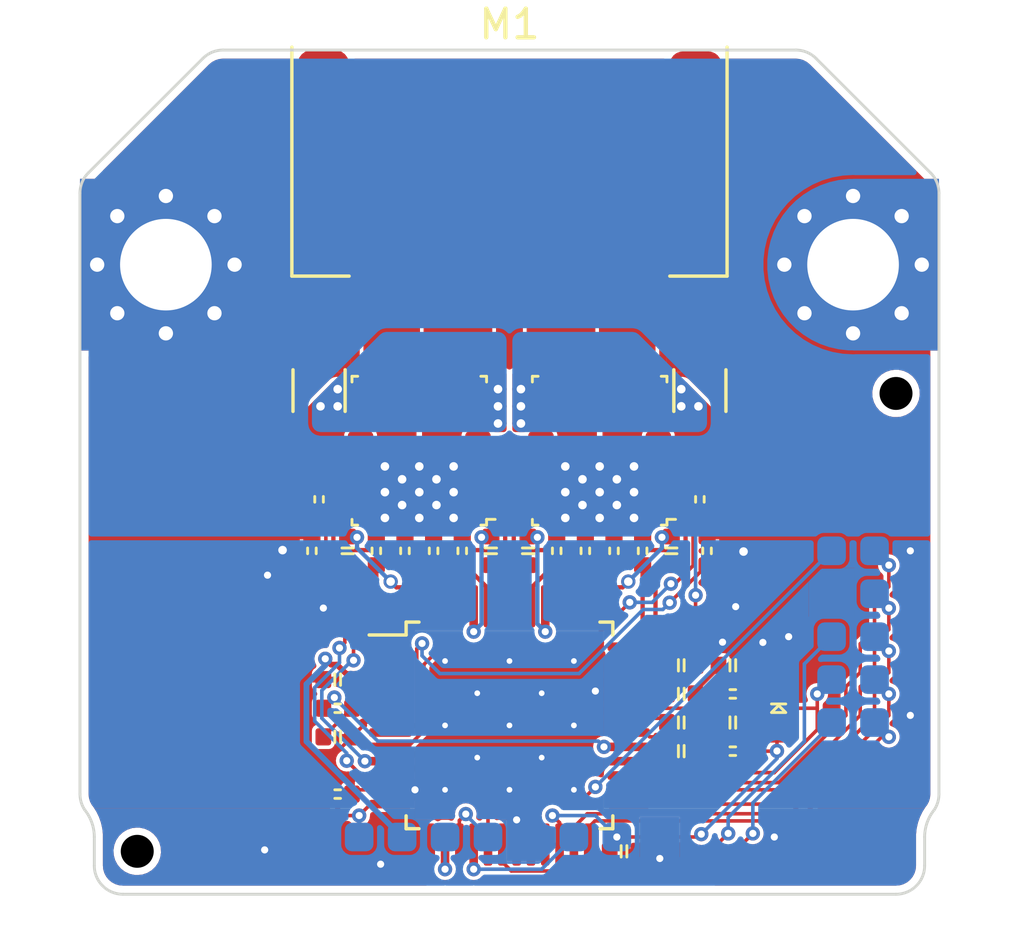
<source format=kicad_pcb>
(kicad_pcb (version 20221018) (generator pcbnew)
  (layers (0 "F.Cu" signal) (31 "B.Cu" signal) (34 "B.Paste" user) (35 "F.Paste" user) (36 "B.SilkS" user "B.Silkscreen") (37 "F.SilkS" user "F.Silkscreen") (38 "B.Mask" user) (39 "F.Mask" user) (44 "Edge.Cuts" user))
  (net 0 "")
  (net 1 "Net-(U1-VCP)")
  (net 2 "Net-(U1-CPO)")
  (net 3 "Net-(U1-CPI)")
  (net 4 "GND")
  (net 5 "/Clk")
  (net 6 "/Step")
  (net 7 "/Dir")
  (net 8 "Net-(U1-5VOUT)")
  (net 9 "Net-(U1-VCC)")
  (net 10 "+12V")
  (net 11 "Net-(QA1-G1)")
  (net 12 "Net-(QA1-G2)")
  (net 13 "Net-(QA1-S2-Pad5)")
  (net 14 "/Diag0")
  (net 15 "/Diag1")
  (net 16 "/~{En}")
  (net 17 "Net-(QA1-G3)")
  (net 18 "Net-(QA1-G4)")
  (net 19 "Net-(QB1-G1)")
  (net 20 "+48V")
  (net 21 "Net-(QB1-G2)")
  (net 22 "/Motor_A2")
  (net 23 "/Motor_A1")
  (net 24 "/Motor_B1")
  (net 25 "/Motor_B2")
  (net 26 "/HB1")
  (net 27 "/HA2")
  (net 28 "/LA2")
  (net 29 "/LA1")
  (net 30 "/HA1")
  (net 31 "/HB2")
  (net 32 "/LB2")
  (net 33 "/LB1")
  (net 34 "/SRAH")
  (net 35 "/SRAL")
  (net 36 "/SRBH")
  (net 37 "/SRBL")
  (net 38 "/CA1")
  (net 39 "/CB1")
  (net 40 "/CA2")
  (net 41 "/CB2")
  (net 42 "/~{CS}")
  (net 43 "/SCK")
  (net 44 "/SDI")
  (net 45 "/SDO")
  (net 46 "Net-(QB1-S2-Pad5)")
  (net 47 "Net-(QB1-G3)")
  (net 48 "Net-(QB1-G4)")
  (net 49 "/ENCB")
  (net 50 "/ENCA")
  (net 51 "/ENCN")
  (net 52 "VCC")
  (net 53 "Net-(C12-Pad1)")
  (net 54 "Net-(C13-Pad1)")
  (net 55 "Net-(D1-K)")
  (footprint "AlphaLib:0402R" (layer "F.Cu") (at 141.65 72.7 -90)
    (fp_text reference "R10" hide)
    (fp_text value "47Ω")
  )
  (footprint "AlphaLib:0402C" (layer "F.Cu") (at 141 81.5 180)
    (fp_text reference "C3" hide)
    (fp_text value "1µF")
  )
  (footprint "AlphaLib:0402C" (layer "F.Cu") (at 141 78.5)
    (fp_text reference "C6" hide)
    (fp_text value "100nF 16V")
  )
  (footprint "corevus:MountingHole_M3_Driver" (layer "F.Cu") (at 147 64.5 -90)
    (fp_text reference "H2" hide)
    (fp_text value "Gnd")
  )
  (footprint "AlphaLib:0402C" (layer "F.Cu") (at 135.65 74.5 90)
    (fp_text reference "C8" hide)
    (fp_text value "270nF")
  )
  (footprint "AlphaLib:0402R" (layer "F.Cu") (at 128.1 74.5 -90)
    (fp_text reference "R15" hide)
    (fp_text value "47Ω")
  )
  (footprint "AlphaLib:0402R" (layer "F.Cu") (at 133.35 74.5 90)
    (fp_text reference "R4" hide)
    (fp_text value "10Ω")
  )
  (footprint "AlphaLib:0402R" (layer "F.Cu") (at 138.65 74.5 90)
    (fp_text reference "R6" hide)
    (fp_text value "10Ω")
  )
  (footprint "corevus:XKB_X8821WRS-04" (layer "F.Cu") (at 135 62.5 180)
    (fp_text reference "M1")
    (fp_text value "Micro-Fit 3.0")
  )
  (footprint "AlphaLib:0402R" (layer "F.Cu") (at 142.8 81.5 180)
    (fp_text reference "R17" hide)
    (fp_text value "10kΩ")
  )
  (footprint "AlphaLib:0402C" (layer "F.Cu") (at 129.35 74.5 90)
    (fp_text reference "C10" hide)
    (fp_text value "270nF")
  )
  (footprint "AlphaLib:0402C" (layer "F.Cu") (at 142.8 78.5)
    (fp_text reference "C12" hide)
    (fp_text value "100nF 60V/2")
  )
  (footprint "AlphaLib:0402R" (layer "F.Cu") (at 129 80 180)
    (fp_text reference "R1" hide)
    (fp_text value "2.2Ω")
  )
  (footprint "AlphaLib:0402R" (layer "F.Cu") (at 129 83)
    (fp_text reference "R16" hide)
    (fp_text value "10kΩ")
  )
  (footprint "AlphaLib:0402R" (layer "F.Cu") (at 136.65 74.5 90)
    (fp_text reference "R3" hide)
    (fp_text value "10Ω")
  )
  (footprint "AlphaLib:0402R" (layer "F.Cu") (at 132.35 74.5 90)
    (fp_text reference "R8" hide)
    (fp_text value "10Ω")
  )
  (footprint "AlphaLib:0402R" (layer "F.Cu") (at 142.8 79.5)
    (fp_text reference "R18" hide)
    (fp_text value "1kΩ")
  )
  (footprint "Package_QFP:TQFP-48-1EP_7x7mm_P0.5mm_EP5x5mm_ThermalVias" (layer "F.Cu") (at 135 80.6)
    (fp_text reference "U1" hide)
    (fp_text value "TMC5160A-TA")
  )
  (footprint "corevus:ToolingHole" (layer "F.Cu") (at 122 85)
    (fp_text reference "H3" hide)
    (fp_text value "ToolingHole")
  )
  (footprint "Resistor_SMD:R_1206_3216Metric" (layer "F.Cu") (at 128.35 68.9 90)
    (fp_text reference "R13" hide)
    (fp_text value "30mΩ")
  )
  (footprint "AlphaLib:0402R" (layer "F.Cu") (at 141.9 74.5 -90)
    (fp_text reference "R14" hide)
    (fp_text value "47Ω")
  )
  (footprint "corevus:ToolingHole" (layer "F.Cu") (at 148.5 69)
    (fp_text reference "H4" hide)
    (fp_text value "ToolingHole")
  )
  (footprint "corevus:MountingHole_M3_Driver" (layer "F.Cu") (at 123 64.5 90)
    (fp_text reference "H1" hide)
    (fp_text value "VM")
  )
  (footprint "Resistor_SMD:R_1206_3216Metric" (layer "F.Cu") (at 141.65 68.9 90)
    (fp_text reference "R12" hide)
    (fp_text value "30mΩ")
  )
  (footprint "AlphaLib:0402C" (layer "F.Cu") (at 139 85 180)
    (fp_text reference "C5" hide)
    (fp_text value "1µF")
  )
  (footprint "AlphaLib:0402R" (layer "F.Cu") (at 130.35 74.5 90)
    (fp_text reference "R5" hide)
    (fp_text value "10Ω")
  )
  (footprint "AlphaLib:0402C" (layer "F.Cu") (at 129 79 180)
    (fp_text reference "C2" hide)
    (fp_text value "1μF")
  )
  (footprint "AlphaLib:0402C" (layer "F.Cu") (at 140.65 74.5 -90)
    (fp_text reference "C9" hide)
    (fp_text value "270nF")
  )
  (footprint "AlphaLib:0402R" (layer "F.Cu") (at 137.65 74.5 90)
    (fp_text reference "R7" hide)
    (fp_text value "10Ω")
  )
  (footprint "corevus:V-DFN5045-12-Type-B" (layer "F.Cu") (at 131.85 71 180)
    (fp_text reference "QB1" hide)
    (fp_text value "DMHT6016LFJ")
  )
  (footprint "corevus:V-DFN5045-12-Type-B" (layer "F.Cu") (at 138.15 71 180)
    (fp_text reference "QA1" hide)
    (fp_text value "DMHT6016LFJ")
  )
  (footprint "AlphaLib:0402R" (layer "F.Cu") (at 131.35 74.5 90)
    (fp_text reference "R9" hide)
    (fp_text value "10Ω")
  )
  (footprint "AlphaLib:0402C" (layer "F.Cu") (at 134.35 74.5 -90)
    (fp_text reference "C11" hide)
    (fp_text value "270nF")
  )
  (footprint "AlphaLib:0402C" (layer "F.Cu") (at 141 80.5 180)
    (fp_text reference "C13" hide)
    (fp_text value "47nF 100V")
  )
  (footprint "AlphaLib:0603LED" (layer "F.Cu") (at 144.4 80 -90)
    (fp_text reference "D1" hide)
    (fp_text value "Red")
  )
  (footprint "AlphaLib:0402R" (layer "F.Cu") (at 128.35 72.7 -90)
    (fp_text reference "R11" hide)
    (fp_text value "47Ω")
  )
  (footprint "AlphaLib:0402C" (layer "F.Cu") (at 129 81 180)
    (fp_text reference "C1" hide)
    (fp_text value "1μF")
  )
  (footprint "AlphaLib:0402R" (layer "F.Cu") (at 139.65 74.5 90)
    (fp_text reference "R2" hide)
    (fp_text value "10Ω")
  )
  (footprint "AlphaLib:0402C" (layer "F.Cu") (at 142.8 80.5 180)
    (fp_text reference "C7" hide)
    (fp_text value "47nF 100V/2")
  )
  (footprint "AlphaLib:0402C" (layer "F.Cu") (at 141 79.5)
    (fp_text reference "C4" hide)
    (fp_text value "100nF 60V/2")
  )
  (footprint "corevus:LGA_Land" (layer "B.Cu") (at 147.75 79 -90)
    (fp_text reference "T19" hide)
    (fp_text value "ENCB")
  )
  (footprint "corevus:LGA_Land" (layer "B.Cu") (at 147.75 74.5 -90)
    (fp_text reference "T17" hide)
    (fp_text value "DIAG1")
  )
  (footprint "corevus:LGA_Land" (layer "B.Cu") (at 131.25 84.5)
    (fp_text reference "T3" hide)
    (fp_text value "12V")
  )
  (footprint "corevus:LGA_Land" (layer "B.Cu") (at 138.75 84.5)
    (fp_text reference "T8" hide)
    (fp_text value "VCC")
  )
  (footprint "corevus:LGA_Land" (layer "B.Cu") (at 134.25 84.5)
    (fp_text reference "T6" hide)
    (fp_text value "SDI")
  )
  (footprint "corevus:LGA_Land" (layer "B.Cu") (at 129.75 84.5)
    (fp_text reference "T2" hide)
    (fp_text value "CLK")
  )
  (footprint "corevus:LGA_Land" (layer "B.Cu") (at 146.25 76 90)
    (fp_text reference "T11" hide)
    (fp_text value "GND")
  )
  (footprint "corevus:LGA_Land" (layer "B.Cu") (at 147.75 77.5 -90)
    (fp_text reference "T20" hide)
    (fp_text value "ENCN")
  )
  (footprint "corevus:LGA_Land" (layer "B.Cu") (at 146.25 77.5 90)
    (fp_text reference "T12" hide)
    (fp_text value "DIR")
  )
  (footprint "corevus:LGA_Land" (layer "B.Cu") (at 146.25 79 90)
    (fp_text reference "T13" hide)
    (fp_text value "EN")
  )
  (footprint "corevus:LGA_Land" (layer "B.Cu") (at 132.75 84.5)
    (fp_text reference "T4" hide)
    (fp_text value "SCK")
  )
  (footprint "corevus:LGA_Land" (layer "B.Cu") (at 147.75 80.5 -90)
    (fp_text reference "T18" hide)
    (fp_text value "ENCA")
  )
  (footprint "corevus:LGA_Land" (layer "B.Cu") (at 146.25 74.5 90)
    (fp_text reference "T10" hide)
    (fp_text value "STEP")
  )
  (footprint "corevus:LGA_Land" (layer "B.Cu") (at 140.25 84.5)
    (fp_text reference "T1" hide)
    (fp_text value "GND")
  )
  (footprint "corevus:LGA_Land" (layer "B.Cu") (at 137.25 84.5)
    (fp_text reference "T7" hide)
    (fp_text value "SDO")
  )
  (footprint "corevus:LGA_Land" (layer "B.Cu") (at 135.75 84.5)
    (fp_text reference "T5" hide)
    (fp_text value "GND")
  )
  (footprint "corevus:LGA_Land" (layer "B.Cu") (at 147.75 76 -90)
    (fp_text reference "T16" hide)
    (fp_text value "DIAG0")
  )
  (footprint "corevus:LGA_Land" (layer "B.Cu") (at 146.25 80.5 90)
    (fp_text reference "T9" hide)
    (fp_text value "CS0")
  )
  (gr_line (start 125 57) (end 145 57) (stroke (width 0.1)) (layer "Edge.Cuts"))
  (gr_line (start 120.5 84.5) (end 120.5 85.5) (stroke (width 0.1)) (layer "Edge.Cuts"))
  (gr_arc (start 150 83) (mid 149.957092 83.289784) (end 149.83205 83.5547) (stroke (width 0.1)) (layer "Edge.Cuts"))
  (gr_line (start 120 83) (end 120 62) (stroke (width 0.1)) (layer "Edge.Cuts"))
  (gr_line (start 149.707107 61.292893) (end 145.707107 57.292893) (stroke (width 0.1)) (layer "Edge.Cuts"))
  (gr_line (start 148.5 86.5) (end 121.5 86.5) (stroke (width 0.1)) (layer "Edge.Cuts"))
  (gr_line (start 149.5 85.5) (end 149.5 84.5) (stroke (width 0.1)) (layer "Edge.Cuts"))
  (gr_line (start 150 62) (end 150 83) (stroke (width 0.1)) (layer "Edge.Cuts"))
  (gr_arc (start 149.5 84.5) (mid 149.585426 83.999039) (end 149.83205 83.5547) (stroke (width 0.1)) (layer "Edge.Cuts"))
  (gr_arc (start 124.292893 57.292893) (mid 124.617316 57.07612) (end 125 57) (stroke (width 0.1)) (layer "Edge.Cuts"))
  (gr_arc (start 120 62) (mid 120.07612 61.617316) (end 120.292893 61.292892) (stroke (width 0.1)) (layer "Edge.Cuts"))
  (gr_arc (start 120.16795 83.5547) (mid 120.414574 83.999039) (end 120.5 84.5) (stroke (width 0.1)) (layer "Edge.Cuts"))
  (gr_arc (start 149.707107 61.292893) (mid 149.92388 61.617316) (end 150 62) (stroke (width 0.1)) (layer "Edge.Cuts"))
  (gr_arc (start 120.16795 83.5547) (mid 120.042908 83.289784) (end 120 83) (stroke (width 0.1)) (layer "Edge.Cuts"))
  (gr_arc (start 121.5 86.5) (mid 120.792893 86.207107) (end 120.5 85.5) (stroke (width 0.1)) (layer "Edge.Cuts"))
  (gr_arc (start 145 57) (mid 145.382684 57.07612) (end 145.707108 57.292893) (stroke (width 0.1)) (layer "Edge.Cuts"))
  (gr_arc (start 149.5 85.5) (mid 149.207107 86.207106) (end 148.500001 86.5) (stroke (width 0.1)) (layer "Edge.Cuts"))
  (gr_line (start 124.292893 57.292893) (end 120.292893 61.292893) (stroke (width 0.1)) (layer "Edge.Cuts"))
  (segment (start 140.5 78.5) (end 140.15 78.85) (width 0.125) (layer "F.Cu") (net 1))
  (segment (start 140.15 78.85) (end 139.1625 78.85) (width 0.125) (layer "F.Cu") (net 1))
  (segment (start 140.35 80.35) (end 140.5 80.5) (width 0.125) (layer "F.Cu") (net 2))
  (segment (start 139.1625 80.35) (end 140.35 80.35) (width 0.125) (layer "F.Cu") (net 2))
  (segment (start 139.1625 79.85) (end 139.75 79.85) (width 0.125) (layer "F.Cu") (net 3))
  (segment (start 139.9 80) (end 142.8 80) (width 0.125) (layer "F.Cu") (net 3))
  (segment (start 139.75 79.85) (end 139.9 80) (width 0.125) (layer "F.Cu") (net 3))
  (segment (start 142.8 80) (end 143.3 80.5) (width 0.125) (layer "F.Cu") (net 3))
  (segment (start 130.25 80.35) (end 130.175 80.425) (width 0.125) (layer "F.Cu") (net 4))
  (segment (start 130.175 80.425) (end 130.153769 80.425) (width 0.125) (layer "F.Cu") (net 4))
  (segment (start 138.372346 80.85) (end 138.122346 80.6) (width 0.125) (layer "F.Cu") (net 4))
  (segment (start 140.25 85.2505) (end 139.7505 85.2505) (width 0.125) (layer "F.Cu") (net 4))
  (segment (start 139.7505 85.2505) (end 139.5 85) (width 0.125) (layer "F.Cu") (net 4))
  (segment (start 130.8375 82.85) (end 129.65 82.85) (width 0.125) (layer "F.Cu") (net 4))
  (segment (start 129.5 81) (end 128.9 81.6) (width 0.125) (layer "F.Cu") (net 4))
  (segment (start 138.122346 80.6) (end 137.25 80.6) (width 0.125) (layer "F.Cu") (net 4))
  (segment (start 129.5 81) (end 130.15 80.35) (width 0.125) (layer "F.Cu") (net 4))
  (segment (start 141 81) (end 141.5 81.5) (width 0.125) (layer "F.Cu") (net 4))
  (segment (start 139.9 81) (end 141 81) (width 0.125) (layer "F.Cu") (net 4))
  (segment (start 130.15 80.35) (end 130.8375 80.35) (width 0.125) (layer "F.Cu") (net 4))
  (segment (start 139.1625 80.85) (end 139.75 80.85) (width 0.125) (layer "F.Cu") (net 4))
  (segment (start 139.75 80.85) (end 139.9 81) (width 0.125) (layer "F.Cu") (net 4))
  (segment (start 129.65 82.85) (end 129.5 83) (width 0.125) (layer "F.Cu") (net 4))
  (segment (start 130.8375 80.35) (end 130.25 80.35) (width 0.125) (layer "F.Cu") (net 4))
  (segment (start 139.1625 80.85) (end 138.372346 80.85) (width 0.125) (layer "F.Cu") (net 4))
  (via (at 127.075 74.475) (size 0.6) (drill 0.3) (layers "F.Cu" "B.Cu") (net 4))
  (via (at 128.5 76.5) (size 0.5) (drill 0.25) (layers "F.Cu" "B.Cu") (net 4))
  (via (at 149 74.5) (size 0.5) (drill 0.25) (layers "F.Cu" "B.Cu") (net 4))
  (via (at 144.75 77.5) (size 0.5) (drill 0.25) (layers "F.Cu" "B.Cu") (net 4))
  (via (at 143.175 74.525) (size 0.6) (drill 0.3) (layers "F.Cu" "B.Cu") (net 4))
  (via (at 142.440994 77.690994) (size 0.5) (drill 0.25) (layers "F.Cu" "B.Cu") (net 4))
  (via (at 138 79.4) (size 0.5) (drill 0.25) (layers "F.Cu" "B.Cu") (net 4))
  (via (at 135.25 83.9) (size 0.5) (drill 0.25) (layers "F.Cu" "B.Cu") (net 4))
  (via (at 149 80.25) (size 0.5) (drill 0.25) (layers "F.Cu" "B.Cu") (net 4))
  (via (at 143.85 77.7) (size 0.5) (drill 0.25) (layers "F.Cu" "B.Cu") (net 4))
  (via (at 126.55 75.35) (size 0.5) (drill 0.25) (layers "F.Cu" "B.Cu") (net 4))
  (via (at 130.5 85.45) (size 0.5) (drill 0.25) (layers "F.Cu" "B.Cu") (net 4))
  (via (at 131.7 82.85) (size 0.5) (drill 0.25) (layers "F.Cu" "B.Cu") (net 4))
  (via (at 140.25 85.2505) (size 0.5) (drill 0.25) (layers "F.Cu" "B.Cu") (net 4))
  (via (at 144.25 84.5) (size 0.5) (drill 0.25) (layers "F.Cu" "B.Cu") (net 4))
  (via (at 126.45 84.95) (size 0.5) (drill 0.25) (layers "F.Cu" "B.Cu") (net 4))
  (via (at 142.9 76.45) (size 0.5) (drill 0.25) (layers "F.Cu" "B.Cu") (net 4))
  (segment (start 130.15 83.35) (end 130.8375 83.35) (width 0.125) (layer "F.Cu") (net 5))
  (segment (start 129.75 83.75) (end 130.15 83.35) (width 0.125) (layer "F.Cu") (net 5))
  (segment (start 129.75 83.75) (end 129.25 83.75) (width 0.125) (layer "F.Cu") (net 5))
  (segment (start 129.25 83.75) (end 128.5 83) (width 0.125) (layer "F.Cu") (net 5))
  (via (at 129.75 83.75) (size 0.5) (drill 0.25) (layers "F.Cu" "B.Cu") (net 5))
  (segment (start 129.75 83.75) (end 129.75 84.5) (width 0.125) (layer "B.Cu") (net 5))
  (segment (start 137.4625 83.2875) (end 134.6875 83.2875) (width 0.125) (layer "F.Cu") (net 6))
  (segment (start 134.6875 83.2875) (end 134.25 83.725) (width 0.125) (layer "F.Cu") (net 6))
  (segment (start 134.25 83.725) (end 134.25 84.7625) (width 0.125) (layer "F.Cu") (net 6))
  (segment (start 138 82.75) (end 137.4625 83.2875) (width 0.125) (layer "F.Cu") (net 6))
  (segment (start 134.25 84.7625) (end 134.25 85.371231) (width 0.125) (layer "F.Cu") (net 6))
  (via (at 138 82.75) (size 0.5) (drill 0.25) (layers "F.Cu" "B.Cu") (net 6))
  (segment (start 138 82.75) (end 146.25 74.5) (width 0.125) (layer "B.Cu") (net 6))
  (segment (start 134.75 85.371231) (end 134.75 84.7625) (width 0.125) (layer "F.Cu") (net 7))
  (segment (start 141.324853 85.6875) (end 135.066269 85.6875) (width 0.125) (layer "F.Cu") (net 7))
  (segment (start 142.638337 84.374016) (end 141.324853 85.6875) (width 0.125) (layer "F.Cu") (net 7))
  (segment (start 135.066269 85.6875) (end 134.75 85.371231) (width 0.125) (layer "F.Cu") (net 7))
  (via (at 142.638337 84.374016) (size 0.5) (drill 0.25) (layers "F.Cu" "B.Cu") (net 7))
  (segment (start 142.638337 83.815217) (end 145.3 81.153554) (width 0.125) (layer "B.Cu") (net 7))
  (segment (start 142.638337 84.374016) (end 142.638337 83.815217) (width 0.125) (layer "B.Cu") (net 7))
  (segment (start 145.3 78.45) (end 146.25 77.5) (width 0.125) (layer "B.Cu") (net 7))
  (segment (start 145.3 81.153554) (end 145.3 78.45) (width 0.125) (layer "B.Cu") (net 7))
  (segment (start 129.975 79.85) (end 129.65 79.85) (width 0.125) (layer "F.Cu") (net 8))
  (segment (start 130.8375 79.85) (end 129.65 79.85) (width 0.125) (layer "F.Cu") (net 8))
  (segment (start 129.65 79.85) (end 129.5 80) (width 0.125) (layer "F.Cu") (net 8))
  (segment (start 129.5 80) (end 128.5 81) (width 0.125) (layer "F.Cu") (net 8))
  (segment (start 139.1625 81.35) (end 138.3 81.35) (width 0.125) (layer "F.Cu") (net 9))
  (segment (start 140.35 81.35) (end 139.1625 81.35) (width 0.125) (layer "F.Cu") (net 9))
  (segment (start 140.5 81.5) (end 140.35 81.35) (width 0.125) (layer "F.Cu") (net 9))
  (segment (start 128.883715 79.62559) (end 128.509305 80) (width 0.125) (layer "F.Cu") (net 9))
  (segment (start 128.509305 80) (end 128.5 80) (width 0.125) (layer "F.Cu") (net 9))
  (via (at 138.3 81.35) (size 0.5) (drill 0.25) (layers "F.Cu" "B.Cu") (net 9))
  (via (at 128.883715 79.62559) (size 0.5) (drill 0.25) (layers "F.Cu" "B.Cu") (net 9))
  (segment (start 128.883715 79.633715) (end 130.4 81.15) (width 0.125) (layer "B.Cu") (net 9))
  (segment (start 138.1 81.15) (end 138.3 81.35) (width 0.125) (layer "B.Cu") (net 9))
  (segment (start 128.883715 79.62559) (end 128.883715 79.633715) (width 0.125) (layer "B.Cu") (net 9))
  (segment (start 130.4 81.15) (end 138.1 81.15) (width 0.125) (layer "B.Cu") (net 9))
  (segment (start 130.8375 78.85) (end 129.65 78.85) (width 0.2) (layer "F.Cu") (net 10))
  (segment (start 128.566283 78.271696) (end 128.769587 78.475) (width 0.2) (layer "F.Cu") (net 10))
  (segment (start 130.8375 79.35) (end 130.8375 78.85) (width 0.2) (layer "F.Cu") (net 10))
  (segment (start 128.975 78.475) (end 129.5 79) (width 0.2) (layer "F.Cu") (net 10))
  (segment (start 128.769587 78.475) (end 128.975 78.475) (width 0.2) (layer "F.Cu") (net 10))
  (segment (start 129.65 78.85) (end 129.5 79) (width 0.2) (layer "F.Cu") (net 10))
  (via (at 128.566283 78.271696) (size 0.5) (drill 0.25) (layers "F.Cu" "B.Cu") (net 10))
  (segment (start 128.566283 78.271696) (end 128.566283 78.500354) (width 0.2) (layer "B.Cu") (net 10))
  (segment (start 128.566283 78.500354) (end 127.909067 79.157571) (width 0.2) (layer "B.Cu") (net 10))
  (segment (start 127.909067 79.157571) (end 127.909067 81.159067) (width 0.2) (layer "B.Cu") (net 10))
  (segment (start 127.909067 81.159067) (end 131.25 84.5) (width 0.2) (layer "B.Cu") (net 10))
  (segment (start 140.2 73) (end 140.2 73.45) (width 0.15) (layer "F.Cu") (net 11))
  (segment (start 140.2 73.45) (end 139.65 74) (width 0.15) (layer "F.Cu") (net 11))
  (segment (start 139.125 74.475) (end 140.974264 74.475) (width 0.15) (layer "F.Cu") (net 12))
  (segment (start 140.85 71.134315) (end 140.315685 70.6) (width 0.15) (layer "F.Cu") (net 12))
  (segment (start 140.85 71.545407) (end 140.85 71.134315) (width 0.15) (layer "F.Cu") (net 12))
  (segment (start 140.315685 70.6) (end 140.2 70.6) (width 0.15) (layer "F.Cu") (net 12))
  (segment (start 141.15 74.299264) (end 141.15 71.845407) (width 0.15) (layer "F.Cu") (net 12))
  (segment (start 140.974264 74.475) (end 141.15 74.299264) (width 0.15) (layer "F.Cu") (net 12))
  (segment (start 138.65 74) (end 139.125 74.475) (width 0.15) (layer "F.Cu") (net 12))
  (segment (start 141.15 71.845407) (end 140.85 71.545407) (width 0.15) (layer "F.Cu") (net 12))
  (segment (start 141.65 72.2) (end 141.65 70.3625) (width 0.125) (layer "F.Cu") (net 13))
  (via (at 135.4 69.45) (size 0.6) (drill 0.3) (layers "F.Cu" "B.Cu") (net 13))
  (via (at 141.6 69.45) (size 0.6) (drill 0.3) (layers "F.Cu" "B.Cu") (net 13))
  (via (at 135.4 70.05) (size 0.6) (drill 0.3) (layers "F.Cu" "B.Cu") (net 13))
  (via (at 141 69.45) (size 0.6) (drill 0.3) (layers "F.Cu" "B.Cu") (net 13))
  (via (at 135.4 68.85) (size 0.6) (drill 0.3) (layers "F.Cu" "B.Cu") (net 13))
  (via (at 141 68.85) (size 0.6) (drill 0.3) (layers "F.Cu" "B.Cu") (net 13))
  (segment (start 147.75 78.75) (end 147.25 79.25) (width 0.125) (layer "F.Cu") (net 14))
  (segment (start 147.25 79.25) (end 147.25 80.25) (width 0.125) (layer "F.Cu") (net 14))
  (segment (start 144.65 82.85) (end 139.1625 82.85) (width 0.125) (layer "F.Cu") (net 14))
  (segment (start 147.75 77.75) (end 147.75 78.75) (width 0.125) (layer "F.Cu") (net 14))
  (segment (start 147.25 80.25) (end 144.65 82.85) (width 0.125) (layer "F.Cu") (net 14))
  (segment (start 148.25 76.5) (end 148.25 77.25) (width 0.125) (layer "F.Cu") (net 14))
  (segment (start 148.25 77.25) (end 147.75 77.75) (width 0.125) (layer "F.Cu") (net 14))
  (via (at 148.25 76.5) (size 0.5) (drill 0.25) (layers "F.Cu" "B.Cu") (net 14))
  (segment (start 148.25 76.5) (end 147.75 76) (width 0.125) (layer "B.Cu") (net 14))
  (segment (start 147.75 77.25) (end 147.25 77.75) (width 0.125) (layer "F.Cu") (net 15))
  (segment (start 146.75 79.25) (end 146.75 80.25) (width 0.125) (layer "F.Cu") (net 15))
  (segment (start 147.75 76.25) (end 147.75 77.25) (width 0.125) (layer "F.Cu") (net 15))
  (segment (start 147.25 78.75) (end 146.75 79.25) (width 0.125) (layer "F.Cu") (net 15))
  (segment (start 140.021231 82.6) (end 139.771231 82.35) (width 0.125) (layer "F.Cu") (net 15))
  (segment (start 144.4 82.6) (end 140.021231 82.6) (width 0.125) (layer "F.Cu") (net 15))
  (segment (start 147.25 77.75) (end 147.25 78.75) (width 0.125) (layer "F.Cu") (net 15))
  (segment (start 146.75 80.25) (end 144.4 82.6) (width 0.125) (layer "F.Cu") (net 15))
  (segment (start 139.771231 82.35) (end 139.1625 82.35) (width 0.125) (layer "F.Cu") (net 15))
  (segment (start 148.25 75) (end 148.25 75.75) (width 0.125) (layer "F.Cu") (net 15))
  (segment (start 148.25 75.75) (end 147.75 76.25) (width 0.125) (layer "F.Cu") (net 15))
  (via (at 148.25 75) (size 0.5) (drill 0.25) (layers "F.Cu" "B.Cu") (net 15))
  (segment (start 148.25 75) (end 147.75 74.5) (width 0.125) (layer "B.Cu") (net 15))
  (segment (start 144.25 82.25) (end 145.75 80.75) (width 0.125) (layer "F.Cu") (net 16))
  (segment (start 139.1625 81.85) (end 139.771231 81.85) (width 0.125) (layer "F.Cu") (net 16))
  (segment (start 145.75 80.75) (end 145.75 80) (width 0.125) (layer "F.Cu") (net 16))
  (segment (start 142.3 82.25) (end 144.25 82.25) (width 0.125) (layer "F.Cu") (net 16))
  (segment (start 143.3 79.5) (end 143.8 80) (width 0.125) (layer "F.Cu") (net 16))
  (segment (start 139.771231 81.85) (end 140.171231 82.25) (width 0.125) (layer "F.Cu") (net 16))
  (segment (start 145.75 80) (end 145.75 79.5) (width 0.125) (layer "F.Cu") (net 16))
  (segment (start 140.171231 82.25) (end 142.3 82.25) (width 0.125) (layer "F.Cu") (net 16))
  (segment (start 142.3 81.5) (end 142.3 82.25) (width 0.125) (layer "F.Cu") (net 16))
  (segment (start 143.8 80) (end 145.75 80) (width 0.125) (layer "F.Cu") (net 16))
  (via (at 145.75 79.5) (size 0.5) (drill 0.25) (layers "F.Cu" "B.Cu") (net 16))
  (segment (start 145.75 79.5) (end 146.25 79) (width 0.125) (layer "B.Cu") (net 16))
  (segment (start 137.175 74.475) (end 135.325736 74.475) (width 0.15) (layer "F.Cu") (net 17))
  (segment (start 135.984315 70.6) (end 136.1 70.6) (width 0.15) (layer "F.Cu") (net 17))
  (segment (start 135.15 71.434315) (end 135.984315 70.6) (width 0.15) (layer "F.Cu") (net 17))
  (segment (start 137.65 74) (end 137.175 74.475) (width 0.15) (layer "F.Cu") (net 17))
  (segment (start 135.15 74.299264) (end 135.15 71.434315) (width 0.15) (layer "F.Cu") (net 17))
  (segment (start 135.325736 74.475) (end 135.15 74.299264) (width 0.15) (layer "F.Cu") (net 17))
  (segment (start 136.1 73) (end 136.1 73.45) (width 0.15) (layer "F.Cu") (net 18))
  (segment (start 136.1 73.45) (end 136.65 74) (width 0.15) (layer "F.Cu") (net 18))
  (segment (start 133.9 73) (end 133.9 73.45) (width 0.15) (layer "F.Cu") (net 19))
  (segment (start 133.9 73.45) (end 133.35 74) (width 0.15) (layer "F.Cu") (net 19))
  (segment (start 140.35 79.35) (end 140.5 79.5) (width 0.125) (layer "F.Cu") (net 20))
  (segment (start 140.5 79.5) (end 141.5 78.5) (width 0.125) (layer "F.Cu") (net 20))
  (segment (start 141.5 76.05) (end 141.5 78.5) (width 0.125) (layer "F.Cu") (net 20))
  (segment (start 139.1625 79.35) (end 140.35 79.35) (width 0.125) (layer "F.Cu") (net 20))
  (via (at 136.95 73.35) (size 0.5) (drill 0.3) (layers "F.Cu" "B.Cu") (net 20))
  (via (at 133.05 72.45) (size 0.5) (drill 0.3) (layers "F.Cu" "B.Cu") (net 20))
  (via (at 131.85 72.45) (size 0.5) (drill 0.3) (layers "F.Cu" "B.Cu") (net 20))
  (via (at 138.75 72) (size 0.5) (drill 0.3) (layers "F.Cu" "B.Cu") (net 20))
  (via (at 131.85 71.55) (size 0.5) (drill 0.3) (layers "F.Cu" "B.Cu") (net 20))
  (via (at 138.15 72.45) (size 0.5) (drill 0.3) (layers "F.Cu" "B.Cu") (net 20))
  (via (at 137.55 72.9) (size 0.5) (drill 0.3) (layers "F.Cu" "B.Cu") (net 20))
  (via (at 139.35 73.35) (size 0.5) (drill 0.3) (layers "F.Cu" "B.Cu") (net 20))
  (via (at 130.65 73.35) (size 0.5) (drill 0.3) (layers "F.Cu" "B.Cu") (net 20))
  (via (at 132.45 72.9) (size 0.5) (drill 0.3) (layers "F.Cu" "B.Cu") (net 20))
  (via (at 141.5 76.05) (size 0.5) (drill 0.25) (layers "F.Cu" "B.Cu") (net 20))
  (via (at 132.45 72) (size 0.5) (drill 0.3) (layers "F.Cu" "B.Cu") (net 20))
  (via (at 139.35 72.45) (size 0.5) (drill 0.3) (layers "F.Cu" "B.Cu") (net 20))
  (via (at 133.05 73.35) (size 0.5) (drill 0.3) (layers "F.Cu" "B.Cu") (net 20))
  (via (at 133.05 71.55) (size 0.5) (drill 0.3) (layers "F.Cu" "B.Cu") (net 20))
  (via (at 138.75 72.9) (size 0.5) (drill 0.3) (layers "F.Cu" "B.Cu") (net 20))
  (via (at 137.55 72) (size 0.5) (drill 0.3) (layers "F.Cu" "B.Cu") (net 20))
  (via (at 130.65 71.55) (size 0.5) (drill 0.3) (layers "F.Cu" "B.Cu") (net 20))
  (via (at 131.85 73.35) (size 0.5) (drill 0.3) (layers "F.Cu" "B.Cu") (net 20))
  (via (at 130.65 72.45) (size 0.5) (drill 0.3) (layers "F.Cu" "B.Cu") (net 20))
  (via (at 138.15 73.35) (size 0.5) (drill 0.3) (layers "F.Cu" "B.Cu") (net 20))
  (via (at 131.25 72) (size 0.5) (drill 0.3) (layers "F.Cu" "B.Cu") (net 20))
  (via (at 136.95 72.45) (size 0.5) (drill 0.3) (layers "F.Cu" "B.Cu") (net 20))
  (via (at 131.25 72.9) (size 0.5) (drill 0.3) (layers "F.Cu" "B.Cu") (net 20))
  (via (at 138.15 71.55) (size 0.5) (drill 0.3) (layers "F.Cu" "B.Cu") (net 20))
  (via (at 136.95 71.55) (size 0.5) (drill 0.3) (layers "F.Cu" "B.Cu") (net 20))
  (via (at 139.35 71.55) (size 0.5) (drill 0.3) (layers "F.Cu" "B.Cu") (net 20))
  (segment (start 141.5 76.05) (end 141.5 74) (width 0.125) (layer "B.Cu") (net 20))
  (segment (start 132.825 74.475) (end 134.674264 74.475) (width 0.15) (layer "F.Cu") (net 21))
  (segment (start 134.674264 74.475) (end 134.85 74.299264) (width 0.15) (layer "F.Cu") (net 21))
  (segment (start 134.015685 70.6) (end 133.9 70.6) (width 0.15) (layer "F.Cu") (net 21))
  (segment (start 134.85 71.434315) (end 134.015685 70.6) (width 0.15) (layer "F.Cu") (net 21))
  (segment (start 134.85 74.299264) (end 134.85 71.434315) (width 0.15) (layer "F.Cu") (net 21))
  (segment (start 132.35 74) (end 132.825 74.475) (width 0.15) (layer "F.Cu") (net 21))
  (segment (start 138.95 75.775) (end 137.75 75.775) (width 0.15) (layer "F.Cu") (net 22))
  (segment (start 140.875 73.775) (end 140.875 71.959315) (width 0.15) (layer "F.Cu") (net 22))
  (segment (start 140.6245 74.0255) (end 140.875 73.775) (width 0.15) (layer "F.Cu") (net 22))
  (segment (start 140.875 71.959315) (end 140.315685 71.4) (width 0.15) (layer "F.Cu") (net 22))
  (segment (start 139.15 75.575) (end 138.95 75.775) (width 0.15) (layer "F.Cu") (net 22))
  (segment (start 140.3245 74.0255) (end 140.6245 74.0255) (width 0.15) (layer "F.Cu") (net 22))
  (segment (start 140.315685 71.4) (end 140.2 71.4) (width 0.15) (layer "F.Cu") (net 22))
  (via (at 140.3245 74.0255) (size 0.5) (drill 0.25) (layers "F.Cu" "B.Cu") (net 22))
  (via (at 139.15 75.575) (size 0.5) (drill 0.3) (layers "F.Cu" "B.Cu") (net 22))
  (segment (start 140.3245 74.4005) (end 139.15 75.575) (width 0.15) (layer "B.Cu") (net 22))
  (segment (start 140.3245 74.0255) (end 140.3245 74.4005) (width 0.15) (layer "B.Cu") (net 22))
  (segment (start 135.6755 74.0255) (end 135.425 73.775) (width 0.15) (layer "F.Cu") (net 23))
  (segment (start 136.25 76.4375) (end 136.25 77.325) (width 0.125) (layer "F.Cu") (net 23))
  (segment (start 135.9755 74.0255) (end 135.6755 74.0255) (width 0.15) (layer "F.Cu") (net 23))
  (segment (start 135.425 73.775) (end 135.425 71.959315) (width 0.15) (layer "F.Cu") (net 23))
  (segment (start 135.425 71.959315) (end 135.984315 71.4) (width 0.15) (layer "F.Cu") (net 23))
  (segment (start 135.984315 71.4) (end 136.1 71.4) (width 0.15) (layer "F.Cu") (net 23))
  (via (at 136.25 77.325) (size 0.5) (drill 0.25) (layers "F.Cu" "B.Cu") (net 23))
  (via (at 135.9755 74.0255) (size 0.5) (drill 0.25) (layers "F.Cu" "B.Cu") (net 23))
  (segment (start 135.9755 74.0255) (end 135.9755 77.0505) (width 0.15) (layer "B.Cu") (net 23))
  (segment (start 135.9755 77.0505) (end 136.25 77.325) (width 0.15) (layer "B.Cu") (net 23))
  (segment (start 129.3755 74.0255) (end 129.125 73.775) (width 0.15) (layer "F.Cu") (net 24))
  (segment (start 130.85 75.575) (end 131.05 75.775) (width 0.15) (layer "F.Cu") (net 24))
  (segment (start 129.125 73.775) (end 129.125 71.959315) (width 0.15) (layer "F.Cu") (net 24))
  (segment (start 129.684315 71.4) (end 129.8 71.4) (width 0.15) (layer "F.Cu") (net 24))
  (segment (start 129.125 71.959315) (end 129.684315 71.4) (width 0.15) (layer "F.Cu") (net 24))
  (segment (start 131.05 75.775) (end 132.275 75.775) (width 0.15) (layer "F.Cu") (net 24))
  (segment (start 129.6755 74.0255) (end 129.3755 74.0255) (width 0.15) (layer "F.Cu") (net 24))
  (via (at 129.6755 74.0255) (size 0.5) (drill 0.25) (layers "F.Cu" "B.Cu") (net 24))
  (via (at 130.85 75.575) (size 0.5) (drill 0.3) (layers "F.Cu" "B.Cu") (net 24))
  (segment (start 129.6755 74.0255) (end 129.6755 74.4005) (width 0.15) (layer "B.Cu") (net 24))
  (segment (start 129.6755 74.4005) (end 130.85 75.575) (width 0.15) (layer "B.Cu") (net 24))
  (segment (start 134.575 71.959315) (end 134.015685 71.4) (width 0.15) (layer "F.Cu") (net 25))
  (segment (start 134.3245 74.0255) (end 134.575 73.775) (width 0.15) (layer "F.Cu") (net 25))
  (segment (start 134.575 73.775) (end 134.575 71.959315) (width 0.15) (layer "F.Cu") (net 25))
  (segment (start 134.015685 71.4) (end 133.9 71.4) (width 0.15) (layer "F.Cu") (net 25))
  (segment (start 133.75 76.4375) (end 133.75 77.325) (width 0.125) (layer "F.Cu") (net 25))
  (segment (start 134.0245 74.0255) (end 134.3245 74.0255) (width 0.15) (layer "F.Cu") (net 25))
  (via (at 133.75 77.325) (size 0.5) (drill 0.25) (layers "F.Cu" "B.Cu") (net 25))
  (via (at 134.0245 74.0255) (size 0.5) (drill 0.25) (layers "F.Cu" "B.Cu") (net 25))
  (segment (start 134.0245 77.0505) (end 133.75 77.325) (width 0.15) (layer "B.Cu") (net 25))
  (segment (start 134.0245 74.0255) (end 134.0245 77.0505) (width 0.15) (layer "B.Cu") (net 25))
  (segment (start 130.35 75) (end 130.35 77.85) (width 0.15) (layer "F.Cu") (net 26))
  (segment (start 139.65 75) (end 139.65 77.85) (width 0.15) (layer "F.Cu") (net 27))
  (segment (start 137.25 75.811091) (end 137.561091 75.5) (width 0.15) (layer "F.Cu") (net 28))
  (segment (start 137.561091 75.5) (end 138.15 75.5) (width 0.15) (layer "F.Cu") (net 28))
  (segment (start 137.25 76.4375) (end 137.25 75.811091) (width 0.15) (layer "F.Cu") (net 28))
  (segment (start 138.15 75.5) (end 138.65 75) (width 0.15) (layer "F.Cu") (net 28))
  (segment (start 136.75 75.811091) (end 137.561091 75) (width 0.15) (layer "F.Cu") (net 29))
  (segment (start 136.75 76.4375) (end 136.75 75.811091) (width 0.15) (layer "F.Cu") (net 29))
  (segment (start 137.561091 75) (end 137.65 75) (width 0.15) (layer "F.Cu") (net 29))
  (segment (start 136.55 75) (end 136.65 75) (width 0.15) (layer "F.Cu") (net 30))
  (segment (start 135.75 75.8) (end 136.55 75) (width 0.15) (layer "F.Cu") (net 30))
  (segment (start 135.75 76.4375) (end 135.75 75.8) (width 0.15) (layer "F.Cu") (net 30))
  (segment (start 134.25 75.811091) (end 133.438909 75) (width 0.15) (layer "F.Cu") (net 31))
  (segment (start 133.438909 75) (end 133.35 75) (width 0.15) (layer "F.Cu") (net 31))
  (segment (start 134.25 76.4375) (end 134.25 75.811091) (width 0.15) (layer "F.Cu") (net 31))
  (segment (start 132.438909 75) (end 132.35 75) (width 0.15) (layer "F.Cu") (net 32))
  (segment (start 133.25 76.4375) (end 133.25 75.811091) (width 0.15) (layer "F.Cu") (net 32))
  (segment (start 133.25 75.811091) (end 132.438909 75) (width 0.15) (layer "F.Cu") (net 32))
  (segment (start 132.75 76.4375) (end 132.75 75.811091) (width 0.15) (layer "F.Cu") (net 33))
  (segment (start 132.438909 75.5) (end 131.85 75.5) (width 0.15) (layer "F.Cu") (net 33))
  (segment (start 132.75 75.811091) (end 132.438909 75.5) (width 0.15) (layer "F.Cu") (net 33))
  (segment (start 131.85 75.5) (end 131.35 75) (width 0.15) (layer "F.Cu") (net 33))
  (segment (start 131.446231 81.35) (end 130.8375 81.35) (width 0.125) (layer "F.Cu") (net 34))
  (segment (start 140.782448 75.649138) (end 141.4125 75.019086) (width 0.125) (layer "F.Cu") (net 34))
  (segment (start 140.638602 75.649138) (end 140.782448 75.649138) (width 0.125) (layer "F.Cu") (net 34))
  (segment (start 132.581281 77.9) (end 132.0125 78.468781) (width 0.125) (layer "F.Cu") (net 34))
  (segment (start 132.0125 80.783731) (end 131.446231 81.35) (width 0.125) (layer "F.Cu") (net 34))
  (segment (start 137.6005 77.9) (end 132.581281 77.9) (width 0.125) (layer "F.Cu") (net 34))
  (segment (start 139.2005 76.3) (end 137.6005 77.9) (width 0.125) (layer "F.Cu") (net 34))
  (segment (start 132.0125 78.468781) (end 132.0125 80.783731) (width 0.125) (layer "F.Cu") (net 34))
  (segment (start 141.4125 75.019086) (end 141.4125 73.0875) (width 0.125) (layer "F.Cu") (net 34))
  (via (at 139.2005 76.3) (size 0.5) (drill 0.25) (layers "F.Cu" "B.Cu") (net 34))
  (via (at 140.638602 75.649138) (size 0.5) (drill 0.25) (layers "F.Cu" "B.Cu") (net 34))
  (segment (start 139.98774 76.3) (end 140.638602 75.649138) (width 0.125) (layer "B.Cu") (net 34))
  (segment (start 139.2005 76.3) (end 139.98774 76.3) (width 0.125) (layer "B.Cu") (net 34))
  (segment (start 140.987 75.913) (end 141.9 75) (width 0.125) (layer "F.Cu") (net 35))
  (segment (start 131.7625 77.919487) (end 131.7625 80.533731) (width 0.125) (layer "F.Cu") (net 35))
  (segment (start 131.446231 80.85) (end 130.8375 80.85) (width 0.125) (layer "F.Cu") (net 35))
  (segment (start 131.7625 80.533731) (end 131.446231 80.85) (width 0.125) (layer "F.Cu") (net 35))
  (segment (start 140.594095 76.311657) (end 140.987 75.918752) (width 0.125) (layer "F.Cu") (net 35))
  (segment (start 140.987 75.918752) (end 140.987 75.913) (width 0.125) (layer "F.Cu") (net 35))
  (segment (start 131.947244 77.734743) (end 131.7625 77.919487) (width 0.125) (layer "F.Cu") (net 35))
  (via (at 131.947244 77.734743) (size 0.5) (drill 0.25) (layers "F.Cu" "B.Cu") (net 35))
  (via (at 140.594095 76.311657) (size 0.5) (drill 0.25) (layers "F.Cu" "B.Cu") (net 35))
  (segment (start 132.568781 78.7875) (end 137.431219 78.7875) (width 0.125) (layer "B.Cu") (net 35))
  (segment (start 131.947244 78.165963) (end 132.568781 78.7875) (width 0.125) (layer "B.Cu") (net 35))
  (segment (start 137.431219 78.7875) (end 139.668719 76.55) (width 0.125) (layer "B.Cu") (net 35))
  (segment (start 140.355752 76.55) (end 140.594095 76.311657) (width 0.125) (layer "B.Cu") (net 35))
  (segment (start 139.668719 76.55) (end 140.355752 76.55) (width 0.125) (layer "B.Cu") (net 35))
  (segment (start 131.947244 77.734743) (end 131.947244 78.165963) (width 0.125) (layer "B.Cu") (net 35))
  (segment (start 129.95 81.85) (end 130.8375 81.85) (width 0.125) (layer "F.Cu") (net 36))
  (segment (start 129.553997 76.100443) (end 129.553997 78.325846) (width 0.125) (layer "F.Cu") (net 36))
  (segment (start 128.5875 75.133946) (end 129.553997 76.100443) (width 0.125) (layer "F.Cu") (net 36))
  (segment (start 128.35 73.2) (end 128.5875 73.4375) (width 0.125) (layer "F.Cu") (net 36))
  (segment (start 128.5875 73.4375) (end 128.5875 75.133946) (width 0.125) (layer "F.Cu") (net 36))
  (via (at 129.95 81.85) (size 0.5) (drill 0.25) (layers "F.Cu" "B.Cu") (net 36))
  (via (at 129.553997 78.325846) (size 0.5) (drill 0.25) (layers "F.Cu" "B.Cu") (net 36))
  (segment (start 128.446567 80.346567) (end 128.446567 79.38021) (width 0.125) (layer "B.Cu") (net 36))
  (segment (start 129.95 81.85) (end 128.446567 80.346567) (width 0.125) (layer "B.Cu") (net 36))
  (segment (start 129.500931 78.325846) (end 129.553997 78.325846) (width 0.125) (layer "B.Cu") (net 36))
  (segment (start 128.446567 79.38021) (end 129.500931 78.325846) (width 0.125) (layer "B.Cu") (net 36))
  (segment (start 129.831988 82.35) (end 130.8375 82.35) (width 0.125) (layer "F.Cu") (net 37))
  (segment (start 129.25 77.707218) (end 129.25 76.15) (width 0.125) (layer "F.Cu") (net 37))
  (segment (start 129.063449 77.893769) (end 129.25 77.707218) (width 0.125) (layer "F.Cu") (net 37))
  (segment (start 129.315994 81.834006) (end 129.831988 82.35) (width 0.125) (layer "F.Cu") (net 37))
  (segment (start 129.25 76.15) (end 128.1 75) (width 0.125) (layer "F.Cu") (net 37))
  (via (at 129.315994 81.834006) (size 0.5) (drill 0.25) (layers "F.Cu" "B.Cu") (net 37))
  (via (at 129.063449 77.893769) (size 0.5) (drill 0.25) (layers "F.Cu" "B.Cu") (net 37))
  (segment (start 129.315994 81.834006) (end 129.315994 81.569548) (width 0.125) (layer "B.Cu") (net 37))
  (segment (start 129.315994 81.569548) (end 128.196567 80.450121) (width 0.125) (layer "B.Cu") (net 37))
  (segment (start 129.063449 78.409774) (end 129.063449 77.893769) (width 0.125) (layer "B.Cu") (net 37))
  (segment (start 128.196567 80.450121) (end 128.196567 79.276657) (width 0.125) (layer "B.Cu") (net 37))
  (segment (start 128.196567 79.276657) (end 129.063449 78.409774) (width 0.125) (layer "B.Cu") (net 37))
  (segment (start 135.25 76.4375) (end 135.25 75.4) (width 0.15) (layer "F.Cu") (net 38))
  (segment (start 135.25 75.4) (end 135.65 75) (width 0.15) (layer "F.Cu") (net 38))
  (segment (start 129.9 78.038909) (end 129.9 75.55) (width 0.15) (layer "F.Cu") (net 39))
  (segment (start 130.8375 78.35) (end 130.211091 78.35) (width 0.15) (layer "F.Cu") (net 39))
  (segment (start 130.211091 78.35) (end 129.9 78.038909) (width 0.15) (layer "F.Cu") (net 39))
  (segment (start 129.9 75.55) (end 129.35 75) (width 0.15) (layer "F.Cu") (net 39))
  (segment (start 140.1 75.55) (end 140.65 75) (width 0.15) (layer "F.Cu") (net 40))
  (segment (start 139.788909 78.35) (end 140.1 78.038909) (width 0.15) (layer "F.Cu") (net 40))
  (segment (start 140.1 78.038909) (end 140.1 75.55) (width 0.15) (layer "F.Cu") (net 40))
  (segment (start 139.1625 78.35) (end 139.788909 78.35) (width 0.15) (layer "F.Cu") (net 40))
  (segment (start 134.75 75.4) (end 134.35 75) (width 0.15) (layer "F.Cu") (net 41))
  (segment (start 134.75 76.4375) (end 134.75 75.4) (width 0.15) (layer "F.Cu") (net 41))
  (segment (start 132.25 85.85) (end 132.25 84.7625) (width 0.125) (layer "F.Cu") (net 42))
  (segment (start 136.5 85.9375) (end 134.056219 85.9375) (width 0.125) (layer "F.Cu") (net 42))
  (segment (start 141.937 85.9375) (end 136.5 85.9375) (width 0.125) (layer "F.Cu") (net 42))
  (segment (start 134.056219 85.9375) (end 133.931219 86.0625) (width 0.125) (layer "F.Cu") (net 42))
  (segment (start 136.5 85.9375) (end 136.6 85.9375) (width 0.125) (layer "F.Cu") (net 42))
  (segment (start 132.4625 86.0625) (end 132.25 85.85) (width 0.125) (layer "F.Cu") (net 42))
  (segment (start 133.931219 86.0625) (end 132.4625 86.0625) (width 0.125) (layer "F.Cu") (net 42))
  (segment (start 143.5 84.3745) (end 141.937 85.9375) (width 0.125) (layer "F.Cu") (net 42))
  (via (at 143.5 84.3745) (size 0.5) (drill 0.25) (layers "F.Cu" "B.Cu") (net 42))
  (segment (start 143.5 83.307108) (end 146.25 80.557108) (width 0.125) (layer "B.Cu") (net 42))
  (segment (start 143.5 84.3745) (end 143.5 83.307108) (width 0.125) (layer "B.Cu") (net 42))
  (segment (start 146.25 80.557108) (end 146.25 80.5) (width 0.125) (layer "B.Cu") (net 42))
  (segment (start 132.75 84.7625) (end 132.75 85.625) (width 0.125) (layer "F.Cu") (net 43))
  (via (at 132.75 85.625) (size 0.5) (drill 0.25) (layers "F.Cu" "B.Cu") (net 43))
  (segment (start 132.75 85.625) (end 132.75 84.5) (width 0.125) (layer "B.Cu") (net 43))
  (segment (start 133.25 83.921931) (end 133.25 84.7625) (width 0.125) (layer "F.Cu") (net 44))
  (segment (start 133.473977 83.697954) (end 133.25 83.921931) (width 0.125) (layer "F.Cu") (net 44))
  (via (at 133.473977 83.697954) (size 0.5) (drill 0.25) (layers "F.Cu" "B.Cu") (net 44))
  (segment (start 133.473977 83.697954) (end 133.473977 83.723977) (width 0.125) (layer "B.Cu") (net 44))
  (segment (start 133.473977 83.723977) (end 134.25 84.5) (width 0.125) (layer "B.Cu") (net 44))
  (segment (start 133.75 85.625) (end 133.75 84.7625) (width 0.125) (layer "F.Cu") (net 45))
  (via (at 133.75 85.625) (size 0.5) (drill 0.25) (layers "F.Cu" "B.Cu") (net 45))
  (segment (start 136.125 85.625) (end 137.25 84.5) (width 0.125) (layer "B.Cu") (net 45))
  (segment (start 133.75 85.625) (end 136.125 85.625) (width 0.125) (layer "B.Cu") (net 45))
  (segment (start 128.35 72.2) (end 128.35 70.3625) (width 0.125) (layer "F.Cu") (net 46))
  (segment (start 128.35 72.2) (end 128.35 70.7625) (width 0.125) (layer "F.Cu") (net 46))
  (segment (start 128.35 70.7625) (end 128.15 70.5625) (width 0.125) (layer "F.Cu") (net 46))
  (via (at 129 69.45) (size 0.6) (drill 0.3) (layers "F.Cu" "B.Cu") (net 46))
  (via (at 129 68.85) (size 0.6) (drill 0.3) (layers "F.Cu" "B.Cu") (net 46))
  (via (at 134.6 70.05) (size 0.6) (drill 0.3) (layers "F.Cu" "B.Cu") (net 46))
  (via (at 134.6 69.45) (size 0.6) (drill 0.3) (layers "F.Cu" "B.Cu") (net 46))
  (via (at 128.4 69.45) (size 0.6) (drill 0.3) (layers "F.Cu" "B.Cu") (net 46))
  (via (at 134.6 68.85) (size 0.6) (drill 0.3) (layers "F.Cu" "B.Cu") (net 46))
  (segment (start 131.35 74) (end 130.875 74.475) (width 0.15) (layer "F.Cu") (net 47))
  (segment (start 128.85 74.299264) (end 128.85 71.845407) (width 0.15) (layer "F.Cu") (net 47))
  (segment (start 128.85 71.845407) (end 129.15 71.545407) (width 0.15) (layer "F.Cu") (net 47))
  (segment (start 129.15 71.545407) (end 129.15 71.134315) (width 0.15) (layer "F.Cu") (net 47))
  (segment (start 129.025736 74.475) (end 128.85 74.299264) (width 0.15) (layer "F.Cu") (net 47))
  (segment (start 130.875 74.475) (end 129.025736 74.475) (width 0.15) (layer "F.Cu") (net 47))
  (segment (start 129.15 71.134315) (end 129.684315 70.6) (width 0.15) (layer "F.Cu") (net 47))
  (segment (start 129.684315 70.6) (end 129.8 70.6) (width 0.15) (layer "F.Cu") (net 47))
  (segment (start 129.8 73.45) (end 130.35 74) (width 0.15) (layer "F.Cu") (net 48))
  (segment (start 129.8 73) (end 129.8 73.45) (width 0.15) (layer "F.Cu") (net 48))
  (segment (start 145.8125 82.6875) (end 144.8125 83.6875) (width 0.125) (layer "F.Cu") (net 49))
  (segment (start 148.25 80.25) (end 145.8125 82.6875) (width 0.125) (layer "F.Cu") (net 49))
  (segment (start 148.25 79.5) (end 148.25 80.25) (width 0.125) (layer "F.Cu") (net 49))
  (segment (start 144.8125 83.6875) (end 137.716269 83.6875) (width 0.125) (layer "F.Cu") (net 49))
  (segment (start 137.25 84.153769) (end 137.25 84.7625) (width 0.125) (layer "F.Cu") (net 49))
  (segment (start 137.716269 83.6875) (end 137.25 84.153769) (width 0.125) (layer "F.Cu") (net 49))
  (via (at 148.25 79.5) (size 0.5) (drill 0.25) (layers "F.Cu" "B.Cu") (net 49))
  (segment (start 148.25 79.5) (end 147.75 79) (width 0.125) (layer "B.Cu") (net 49))
  (segment (start 137.75 84.175) (end 137.75 84.7625) (width 0.125) (layer "F.Cu") (net 50))
  (segment (start 148.25 81) (end 148 81) (width 0.125) (layer "F.Cu") (net 50))
  (segment (start 148 81) (end 145.0625 83.9375) (width 0.125) (layer "F.Cu") (net 50))
  (segment (start 137.9875 83.9375) (end 137.75 84.175) (width 0.125) (layer "F.Cu") (net 50))
  (segment (start 145.0625 83.9375) (end 137.9875 83.9375) (width 0.125) (layer "F.Cu") (net 50))
  (via (at 148.25 81) (size 0.5) (drill 0.25) (layers "F.Cu" "B.Cu") (net 50))
  (segment (start 148.25 81) (end 147.75 80.5) (width 0.125) (layer "B.Cu") (net 50))
  (segment (start 147.75 79.25) (end 147.75 80.25) (width 0.125) (layer "F.Cu") (net 51))
  (segment (start 148.25 78) (end 148.25 78.75) (width 0.125) (layer "F.Cu") (net 51))
  (segment (start 148.25 78.75) (end 147.75 79.25) (width 0.125) (layer "F.Cu") (net 51))
  (segment (start 147.75 80.25) (end 144.65 83.35) (width 0.125) (layer "F.Cu") (net 51))
  (segment (start 144.65 83.35) (end 139.1625 83.35) (width 0.125) (layer "F.Cu") (net 51))
  (via (at 148.25 78) (size 0.5) (drill 0.25) (layers "F.Cu" "B.Cu") (net 51))
  (segment (start 148.25 78) (end 147.75 77.5) (width 0.125) (layer "B.Cu") (net 51))
  (segment (start 144.342771 80.857229) (end 144.45 80.75) (width 0.125) (layer "F.Cu") (net 52))
  (segment (start 138.75 84.5) (end 141.6 84.5) (width 0.125) (layer "F.Cu") (net 52))
  (segment (start 141.6 84.5) (end 141.7 84.4) (width 0.125) (layer "F.Cu") (net 52))
  (segment (start 135.75 84.7625) (end 136.75 84.7625) (width 0.125) (layer "F.Cu") (net 52))
  (segment (start 144.342771 81.492771) (end 144.342771 80.857229) (width 0.125) (layer "F.Cu") (net 52))
  (segment (start 136.5 83.75) (end 136.75 84) (width 0.125) (layer "F.Cu") (net 52))
  (segment (start 138.75 84.75) (end 138.5 85) (width 0.125) (layer "F.Cu") (net 52))
  (segment (start 144.335542 81.5) (end 143.3 81.5) (width 0.125) (layer "F.Cu") (net 52))
  (segment (start 144.342771 81.492771) (end 144.335542 81.5) (width 0.125) (layer "F.Cu") (net 52))
  (segment (start 138.75 84.5) (end 138.75 84.75) (width 0.125) (layer "F.Cu") (net 52))
  (segment (start 135.8375 84.7625) (end 135.75 84.7625) (width 0.125) (layer "F.Cu") (net 52))
  (segment (start 136.75 84) (end 136.75 84.7625) (width 0.125) (layer "F.Cu") (net 52))
  (via (at 141.7 84.4) (size 0.5) (drill 0.25) (layers "F.Cu" "B.Cu") (net 52))
  (via (at 138.75 84.5) (size 0.5) (drill 0.25) (layers "F.Cu" "B.Cu") (net 52))
  (via (at 136.5 83.75) (size 0.5) (drill 0.25) (layers "F.Cu" "B.Cu") (net 52))
  (via (at 144.342771 81.492771) (size 0.5) (drill 0.25) (layers "F.Cu" "B.Cu") (net 52))
  (segment (start 136.5 83.75) (end 138 83.75) (width 0.125) (layer "B.Cu") (net 52))
  (segment (start 144.342771 81.492771) (end 144.342771 81.757229) (width 0.125) (layer "B.Cu") (net 52))
  (segment (start 138 83.75) (end 138.75 84.5) (width 0.125) (layer "B.Cu") (net 52))
  (segment (start 144.342771 81.757229) (end 141.7 84.4) (width 0.125) (layer "B.Cu") (net 52))
  (segment (start 141.5 79.4) (end 142.3 78.6) (width 0.125) (layer "F.Cu") (net 53))
  (segment (start 142.3 78.6) (end 142.3 78.5) (width 0.125) (layer "F.Cu") (net 53))
  (segment (start 141.5 79.5) (end 141.5 79.4) (width 0.125) (layer "F.Cu") (net 53))
  (segment (start 141.5 80.5) (end 142.3 80.5) (width 0.125) (layer "F.Cu") (net 54))
  (segment (start 141.5 80.6) (end 141.5 80.5) (width 0.125) (layer "F.Cu") (net 54))
  (segment (start 142.7875 79.0125) (end 144.2125 79.0125) (width 0.125) (layer "F.Cu") (net 55))
  (segment (start 144.2125 79.0125) (end 144.45 79.25) (width 0.125) (layer "F.Cu") (net 55))
  (segment (start 142.3 79.5) (end 142.7875 79.0125) (width 0.125) (layer "F.Cu") (net 55))
  (zone (net 24) (net_name "/Motor_B1") (layer "F.Cu") (priority 15) (connect_pads yes (clearance 0.125)) (min_thickness 0.2) (fill yes (thermal_gap 0.5) (thermal_bridge_width 0.5) (smoothing fillet) (radius 0.3))
    (polygon (pts (xy 129.9 64) (xy 129.9 69) (xy 130.35 69) (xy 130.35 70.6) (xy 129.35 70.6) (xy 129.35 71.7) (xy 131.75 71.7) (xy 131.75 64)))
  )
  (zone (net 23) (net_name "/Motor_A1") (layer "F.Cu") (priority 15) (connect_pads yes (clearance 0.125)) (min_thickness 0.2) (fill yes (thermal_gap 0.5) (thermal_bridge_width 0.5) (smoothing fillet) (radius 0.3))
    (polygon (pts (xy 135.6 64) (xy 135.6 69) (xy 136.65 69) (xy 136.65 70.6) (xy 135.65 70.6) (xy 135.65 71.7) (xy 138.05 71.7) (xy 138.05 64)))
  )
  (zone (net 25) (net_name "/Motor_B2") (layer "F.Cu") (priority 15) (connect_pads yes (clearance 0.125)) (min_thickness 0.2) (fill yes (thermal_gap 0.5) (thermal_bridge_width 0.5) (smoothing fillet) (radius 0.3))
    (polygon (pts (xy 134.4 64) (xy 134.4 69) (xy 133.35 69) (xy 133.35 70.6) (xy 134.35 70.6) (xy 134.35 71.7) (xy 131.95 71.7) (xy 131.95 64)))
  )
  (zone (net 4) (net_name "GND") (layer "F.Cu") (priority 2) (connect_pads yes (clearance 0.125)) (min_thickness 0.2) (fill yes (thermal_gap 0.125) (thermal_bridge_width 0.2) (smoothing fillet) (radius 0.3))
    (polygon (pts (xy 142.8 68.25) (xy 142.8 66.65) (xy 140.5 66.65) (xy 140.5 68.25)))
  )
  (zone (net 20) (net_name "+48V") (layer "F.Cu") (priority 20) (connect_pads yes (clearance 0.125)) (min_thickness 0.2) (fill yes (thermal_gap 0.5) (thermal_bridge_width 0.5))
    (polygon (pts (xy 140.65 71.3) (xy 140.65 73.6) (xy 135.65 73.6) (xy 135.65 71.3)))
  )
  (zone (net 13) (net_name "Net-(QA1-S2-Pad5)") (layer "F.Cu") (priority 20) (connect_pads yes (clearance 0.125)) (min_thickness 0.2) (fill yes (thermal_gap 0.5) (thermal_bridge_width 0.5))
    (polygon (pts (xy 136.55 70.35) (xy 136.55 68.225) (xy 135.1 68.225) (xy 135.1 70.35)))
  )
  (zone (net 46) (net_name "Net-(QB1-S2-Pad5)") (layer "F.Cu") (priority 20) (connect_pads yes (clearance 0.125)) (min_thickness 0.2) (fill yes (thermal_gap 0.5) (thermal_bridge_width 0.5) (smoothing fillet) (radius 0.2))
    (polygon (pts (xy 130.25 70.925) (xy 130.25 68.55) (xy 128.875 68.55) (xy 127.475 69.95) (xy 127.475 70.925)))
  )
  (zone (net 4) (net_name "GND") (layer "F.Cu") (priority 2) (connect_pads yes (clearance 0.125)) (min_thickness 0.2) (fill yes (thermal_gap 0.125) (thermal_bridge_width 0.2) (smoothing fillet) (radius 0.3))
    (polygon (pts (xy 127.25 68.25) (xy 127.25 66.65) (xy 129.45 66.65) (xy 129.45 68.25)))
  )
  (zone (net 4) (net_name "GND") (layer "F.Cu") (priority 2) (connect_pads yes (clearance 0.125)) (min_thickness 0.2) (fill yes (thermal_gap 0.125) (thermal_bridge_width 0.2) (smoothing fillet) (radius 0.3))
    (polygon (pts (xy 150 68) (xy 150 61) (xy 143.5 61) (xy 143.5 68)))
  )
  (zone (net 20) (net_name "+48V") (layer "F.Cu") (priority 20) (connect_pads yes (clearance 0.125)) (min_thickness 0.2) (fill yes (thermal_gap 0.5) (thermal_bridge_width 0.5))
    (polygon (pts (xy 134.35 71.3) (xy 134.35 73.6) (xy 129.35 73.6) (xy 129.35 71.3)))
  )
  (zone (net 46) (net_name "Net-(QB1-S2-Pad5)") (layer "F.Cu") (priority 20) (connect_pads yes (clearance 0.125)) (min_thickness 0.2) (fill yes (thermal_gap 0.5) (thermal_bridge_width 0.5))
    (polygon (pts (xy 133.45 70.35) (xy 133.45 68.225) (xy 134.9 68.225) (xy 134.9 70.35)))
  )
  (zone (net 13) (net_name "Net-(QA1-S2-Pad5)") (layer "F.Cu") (priority 20) (connect_pads yes (clearance 0.125)) (min_thickness 0.2) (fill yes (thermal_gap 0.5) (thermal_bridge_width 0.5) (smoothing fillet) (radius 0.2))
    (polygon (pts (xy 139.75 70.925) (xy 139.75 68.55) (xy 141.125 68.55) (xy 142.525 69.95) (xy 142.525 70.925)))
  )
  (zone (net 22) (net_name "/Motor_A2") (layer "F.Cu") (priority 15) (connect_pads yes (clearance 0.125)) (min_thickness 0.2) (fill yes (thermal_gap 0.5) (thermal_bridge_width 0.5) (smoothing fillet) (radius 0.3))
    (polygon (pts (xy 140.1 64) (xy 140.1 69) (xy 139.65 69) (xy 139.65 70.6) (xy 140.65 70.6) (xy 140.65 71.7) (xy 138.25 71.7) (xy 138.25 64)))
  )
  (zone (net 4) (net_name "GND") (layers "F&B.Cu") (priority 1) (connect_pads (clearance 0.125)) (min_thickness 0.2) (fill yes (thermal_gap 0.125) (thermal_bridge_width 0.2) (island_removal_mode 2) (island_area_min 3))
    (polygon (pts (xy 150 83.5) (xy 150 57) (xy 120 57) (xy 120 83.5)))
  )
  (zone (net 4) (net_name "GND") (layers "F&B.Cu") (priority 1) (connect_pads (clearance 0.125)) (min_thickness 0.2) (fill yes (thermal_gap 0.125) (thermal_bridge_width 0.2))
    (polygon (pts (xy 150 86.5) (xy 150 83.5) (xy 120 83.5) (xy 120 86.5)))
  )
  (zone (net 4) (net_name "GND") (layers "F&B.Cu") (priority 2) (connect_pads yes (clearance 0.125)) (min_thickness 0.2) (fill yes (thermal_gap 0.125) (thermal_bridge_width 0.2) (smoothing fillet) (radius 0.3))
    (polygon (pts (xy 138.3 83.9) (xy 138.3 77.3) (xy 131.7 77.3) (xy 131.7 83.9)))
  )
  (zone (net 4) (net_name "GND") (layer "B.Cu") (priority 2) (connect_pads yes (clearance 0.125)) (min_thickness 0.2) (fill yes (thermal_gap 0.125) (thermal_bridge_width 0.2) (smoothing fillet) (radius 0.3))
    (polygon (pts (xy 140.95 85.2) (xy 140.95 83.8) (xy 139.55 83.8) (xy 139.55 85.2)))
  )
  (zone (net 4) (net_name "GND") (layer "B.Cu") (priority 2) (connect_pads yes (clearance 0.125)) (min_thickness 0.2) (fill yes (thermal_gap 0.125) (thermal_bridge_width 0.2) (smoothing fillet) (radius 0.3))
    (polygon (pts (xy 147.05 76.8) (xy 147.05 75.1) (xy 145.45 75.1) (xy 145.45 76.8)))
  )
  (zone (net 4) (net_name "GND") (layer "B.Cu") (priority 2) (connect_pads yes (clearance 0.125)) (min_thickness 0.2) (fill yes (thermal_gap 0.125) (thermal_bridge_width 0.2) (smoothing fillet) (radius 0.3))
    (polygon (pts (xy 136.6 85.35) (xy 136.6 83.65) (xy 134.9 83.65) (xy 134.9 85.35)))
  )
  (zone (net 46) (net_name "Net-(QB1-S2-Pad5)") (layer "B.Cu") (priority 20) (connect_pads yes (clearance 0.125)) (min_thickness 0.2) (fill yes (thermal_gap 0.5) (thermal_bridge_width 0.5) (smoothing fillet) (radius 0.3))
    (polygon (pts (xy 134.9 66.85) (xy 134.9 70.35) (xy 128.1 70.35) (xy 128.1 69.325) (xy 130.575 66.85)))
  )
  (zone (net 20) (net_name "+48V") (layer "B.Cu") (priority 2) (connect_pads yes (clearance 0.125)) (min_thickness 0.2) (fill yes (thermal_gap 0.5) (thermal_bridge_width 0.5))
    (polygon (pts (xy 120 57) (xy 120 74) (xy 150 74) (xy 150 57)))
  )
  (zone (net 13) (net_name "Net-(QA1-S2-Pad5)") (layer "B.Cu") (priority 20) (connect_pads yes (clearance 0.125)) (min_thickness 0.2) (fill yes (thermal_gap 0.5) (thermal_bridge_width 0.5) (smoothing fillet) (radius 0.3))
    (polygon (pts (xy 139.425 66.85) (xy 141.9 69.325) (xy 141.9 70.35) (xy 135.1 70.35) (xy 135.1 66.85)))
  )
)
</source>
